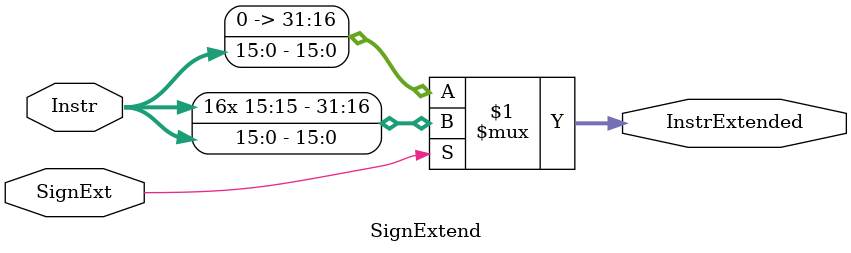
<source format=v>
`timescale 1ns / 1ps
module SignExtend(
    input [15:0] Instr,
    input SignExt, //1-semn, 0-zero
    output [31:0] InstrExtended
    );
     //assign INSTR_EXTENDED = {{16{INSTR[15]}}, INSTR};
   assign InstrExtended = (SignExt) ? {{16{Instr[15]}}, Instr} : {16'b0, Instr};//extinde semnul pe 16 biti
endmodule

</source>
